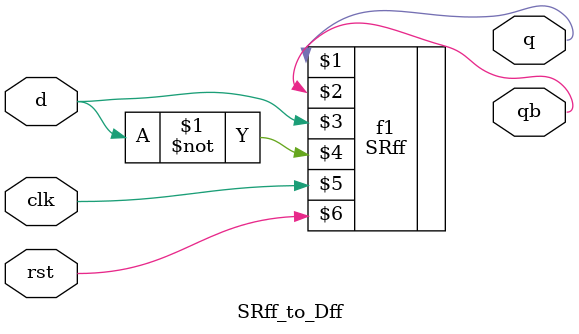
<source format=v>
`timescale 1ns / 1ps
module SRff_to_Dff(q,qb,d,clk,rst);
input d;
input clk,rst;
output wire q,qb;
SRff f1(q,qb,d,~d,clk,rst);
endmodule


</source>
